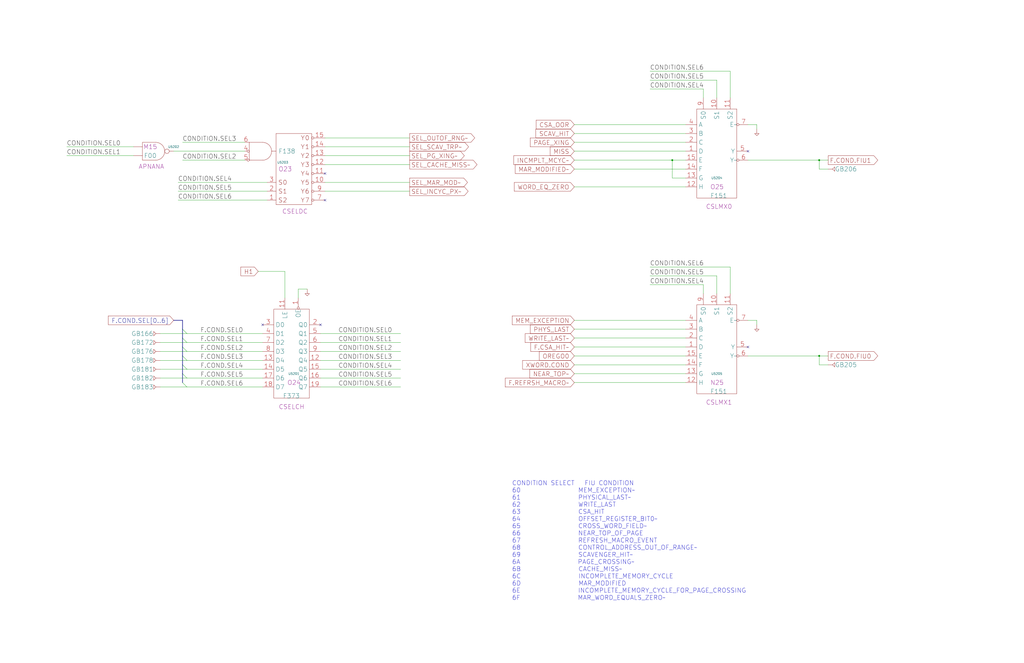
<source format=kicad_sch>
(kicad_sch (version 20221206) (generator eeschema)
  (paper "User" 584.2 378.46)
  (title_block (title "FIU CONDITION SELECTORS") (date "20-MAR-90") (rev "1.0") (comment 1 "FIU") (comment 2 "232-003065") (comment 3 "S400") (comment 4 "RELEASED"))
  (lib_symbols
    (symbol "r1000:F00" (pin_numbers hide) (pin_names hide)
      (property "Reference" "U" (at 15.24 0 0))
      (property "Value" "F00" (at 1.905 -5.08 0))
      (property "Location" "___" (at 1.905 0 0))
      (property "Name" "______" (at 2.54 -12.7 0))
      (symbol "F00_0_1"
        (polyline (pts (xy -2.54 -7.62) (xy 5.08 -7.62)) (stroke (width 0.1524)))
        (polyline (pts (xy -2.54 2.54) (xy -2.54 -7.62)) (stroke (width 0.1524)))
        (polyline (pts (xy -2.54 2.54) (xy 5.08 2.54)) (stroke (width 0.1524)))
        (arc (start 5.08 -7.62) (mid 10.1282 -2.54) (end 5.08 2.54) (stroke (width 0.1524)))
        (circle (center 11.43 -2.54) (radius 1.27) (stroke (width 0.1524)))
      )
      (symbol "F00_0_2"
        (circle (center -3.81 -5.08) (radius 1.27) (stroke (width 0.1524)))
        (circle (center -3.81 0) (radius 1.27) (stroke (width 0.1524)))
        (arc (start -3.175 -7.62) (mid -2.134 -2.54) (end -3.175 2.54) (stroke (width 0.1524)))
        (polyline (pts (xy -3.175 -7.62) (xy 3.81 -7.62)) (stroke (width 0.1524)))
        (polyline (pts (xy -3.175 2.54) (xy 3.81 2.54)) (stroke (width 0.1524)))
        (arc (start 3.81 -7.62) (mid 7.5855 -5.8306) (end 10.16 -2.54) (stroke (width 0.1524)))
        (arc (start 10.16 -2.54) (mid 7.5827 0.7471) (end 3.81 2.54) (stroke (width 0.1524)))
      )
      (symbol "F00_1_1"
        (pin input line (at -7.62 0 0) (length 5.08) (name "D0") (number "1"))
        (pin input line (at -7.62 -5.08 0) (length 5.08) (name "D1") (number "2"))
        (pin output line (at 15.24 -2.54 180) (length 2.54) (name "Q") (number "3"))
      )
      (symbol "F00_1_2"
        (pin input line (at -7.62 0 0) (length 2.54) (name "D0") (number "1"))
        (pin input line (at -7.62 -5.08 0) (length 2.54) (name "D1") (number "2"))
        (pin output line (at 15.24 -2.54 180) (length 5.08) (name "Q") (number "3"))
      )
    )
    (symbol "r1000:F138" (pin_names (offset 1.016) hide)
      (property "Reference" "U" (at 1.27 3.81 0))
      (property "Value" "F138" (at -1.27 10.16 0))
      (property "Location" "___" (at -1.27 0 0))
      (property "Name" "______" (at 8.255 -24.13 0))
      (symbol "F138_0_0"
        (arc (start -10.16 5.08) (mid -6.5679 6.5679) (end -5.08 10.16) (stroke (width 0.1524)))
        (arc (start -5.08 10.16) (mid -6.5679 13.7521) (end -10.16 15.24) (stroke (width 0.1524)))
        (polyline (pts (xy -17.78 5.08) (xy -10.16 5.08)) (stroke (width 0.1524)))
        (polyline (pts (xy -17.78 15.24) (xy -10.16 15.24)) (stroke (width 0.1524)))
      )
      (symbol "F138_0_1"
        (circle (center -18.415 5.08) (radius 0.635) (stroke (width 0.1524)))
        (circle (center -18.415 10.16) (radius 0.635) (stroke (width 0.1524)))
        (rectangle (start -2.54 20.32) (end 17.78 -20.32) (stroke (width 0.1524)))
        (polyline (pts (xy -19.05 15.24) (xy -17.78 15.24)) (stroke (width 0.1524)))
        (polyline (pts (xy -17.78 15.24) (xy -17.78 5.08)) (stroke (width 0.1524)))
        (polyline (pts (xy -2.54 10.16) (xy -5.08 10.16)) (stroke (width 0.1524)))
      )
      (symbol "F138_1_1"
        (circle (center 18.415 -17.78) (radius 0.635))
        (circle (center 18.415 -12.7) (radius 0.635))
        (circle (center 18.415 -7.62) (radius 0.635))
        (circle (center 18.415 -2.54) (radius 0.635))
        (circle (center 18.415 2.54) (radius 0.635))
        (circle (center 18.415 7.62) (radius 0.635))
        (circle (center 18.415 12.7) (radius 0.635))
        (circle (center 18.415 17.78) (radius 0.635))
        (text "0" (at 2.54 -7.62 0) (effects (font (size 2.54 2.54))))
        (text "0" (at 15.24 17.78 0) (effects (font (size 2.54 2.54))))
        (text "1" (at 2.54 -12.7 0) (effects (font (size 2.54 2.54))))
        (text "1" (at 15.24 12.7 0) (effects (font (size 2.54 2.54))))
        (text "2" (at 2.54 -17.78 0) (effects (font (size 2.54 2.54))))
        (text "2" (at 15.24 7.62 0) (effects (font (size 2.54 2.54))))
        (text "3" (at 15.24 2.54 0) (effects (font (size 2.54 2.54))))
        (text "4" (at 15.24 -2.54 0) (effects (font (size 2.54 2.54))))
        (text "5" (at 15.24 -7.62 0) (effects (font (size 2.54 2.54))))
        (text "6" (at 15.24 -12.7 0) (effects (font (size 2.54 2.54))))
        (text "7" (at 15.24 -17.78 0) (effects (font (size 2.54 2.54))))
        (text "S" (at 0 -17.78 0) (effects (font (size 2.54 2.54))))
        (text "S" (at 0 -12.7 0) (effects (font (size 2.54 2.54))))
        (text "S" (at 0 -7.62 0) (effects (font (size 2.54 2.54))))
        (text "Y" (at 12.7 -17.78 0) (effects (font (size 2.54 2.54))))
        (text "Y" (at 12.7 -12.7 0) (effects (font (size 2.54 2.54))))
        (text "Y" (at 12.7 -7.62 0) (effects (font (size 2.54 2.54))))
        (text "Y" (at 12.7 -2.54 0) (effects (font (size 2.54 2.54))))
        (text "Y" (at 12.7 2.54 0) (effects (font (size 2.54 2.54))))
        (text "Y" (at 12.7 7.62 0) (effects (font (size 2.54 2.54))))
        (text "Y" (at 12.7 12.7 0) (effects (font (size 2.54 2.54))))
        (text "Y" (at 12.7 17.78 0) (effects (font (size 2.54 2.54))))
        (pin input line (at -7.62 -17.78 0) (length 5.08) (name "S2") (number "1"))
        (pin output line (at 25.4 -7.62 180) (length 6.35) (name "Y5_") (number "10"))
        (pin output line (at 25.4 -2.54 180) (length 6.35) (name "Y4_") (number "11"))
        (pin output line (at 25.4 2.54 180) (length 6.35) (name "Y3_") (number "12"))
        (pin output line (at 25.4 7.62 180) (length 6.35) (name "Y2_") (number "13"))
        (pin output line (at 25.4 12.7 180) (length 6.35) (name "Y1_") (number "14"))
        (pin output line (at 25.4 17.78 180) (length 6.35) (name "Y0_") (number "15"))
        (pin input line (at -7.62 -12.7 0) (length 5.08) (name "S1") (number "2"))
        (pin input line (at -7.62 -7.62 0) (length 5.08) (name "S0") (number "3"))
        (pin input line (at -20.32 10.16 0) (length 1.27) (name "D1") (number "4"))
        (pin input line (at -20.32 5.08 0) (length 1.27) (name "D2") (number "5"))
        (pin input line (at -20.32 15.24 0) (length 1.27) (name "D0") (number "6"))
        (pin output line (at 25.4 -17.78 180) (length 6.35) (name "Y7_") (number "7"))
        (pin output line (at 25.4 -12.7 180) (length 6.35) (name "Y6_") (number "9"))
      )
    )
    (symbol "r1000:F151" (pin_names (offset 1.016))
      (property "Reference" "U" (at 2.54 5.08 0))
      (property "Value" "F151" (at -1.27 -5.08 0))
      (property "Location" "___" (at -1.27 0 0))
      (property "Name" "______" (at 3.81 -12.7 0))
      (symbol "F151_1_1"
        (rectangle (start -8.89 44.45) (end 13.97 -6.35))
        (circle (center 14.605 15.24) (radius 0.635))
        (circle (center 14.605 35.56) (radius 0.635))
        (pin input line (at -15.24 20.32 0) (length 6.35) (name "D") (number "1"))
        (pin input line (at 2.54 50.8 270) (length 6.35) (name "S1") (number "10"))
        (pin input line (at 10.16 50.8 270) (length 6.35) (name "S2") (number "11"))
        (pin input line (at -15.24 0 0) (length 6.35) (name "H") (number "12"))
        (pin input line (at -15.24 5.08 0) (length 6.35) (name "G") (number "13"))
        (pin input line (at -15.24 10.16 0) (length 6.35) (name "F") (number "14"))
        (pin input line (at -15.24 15.24 0) (length 6.35) (name "E") (number "15"))
        (pin input line (at -15.24 25.4 0) (length 6.35) (name "C") (number "2"))
        (pin input line (at -15.24 30.48 0) (length 6.35) (name "B") (number "3"))
        (pin input line (at -15.24 35.56 0) (length 6.35) (name "A") (number "4"))
        (pin output line (at 20.32 20.32 180) (length 6.35) (name "Y") (number "5"))
        (pin output line (at 20.32 15.24 180) (length 5.08) (name "Y~") (number "6"))
        (pin input line (at 20.32 35.56 180) (length 5.08) (name "E~") (number "7"))
        (pin input line (at -5.08 50.8 270) (length 6.35) (name "S0") (number "9"))
      )
    )
    (symbol "r1000:F373" (pin_names (offset 1.016))
      (property "Reference" "U" (at 2.54 5.08 0))
      (property "Value" "F373" (at -3.81 -7.62 0))
      (property "Location" "___" (at -1.27 0 0))
      (property "Name" "______" (at 1.27 -15.24 0))
      (symbol "F373_1_1"
        (rectangle (start -8.89 41.91) (end 11.43 -8.89))
        (circle (center 5.08 42.545) (radius 0.635))
        (pin input line (at 5.08 48.26 270) (length 5.08) (name "OE") (number "1"))
        (pin input line (at -2.54 48.26 270) (length 6.35) (name "LE") (number "11"))
        (pin tri_state line (at 17.78 12.7 180) (length 6.35) (name "Q4") (number "12"))
        (pin input line (at -15.24 12.7 0) (length 6.35) (name "D4") (number "13"))
        (pin input line (at -15.24 7.62 0) (length 6.35) (name "D5") (number "14"))
        (pin tri_state line (at 17.78 7.62 180) (length 6.35) (name "Q5") (number "15"))
        (pin tri_state line (at 17.78 2.54 180) (length 6.35) (name "Q6") (number "16"))
        (pin input line (at -15.24 2.54 0) (length 6.35) (name "D6") (number "17"))
        (pin input line (at -15.24 -2.54 0) (length 6.35) (name "D7") (number "18"))
        (pin tri_state line (at 17.78 -2.54 180) (length 6.35) (name "Q7") (number "19"))
        (pin tri_state line (at 17.78 33.02 180) (length 6.35) (name "Q0") (number "2"))
        (pin input line (at -15.24 33.02 0) (length 6.35) (name "D0") (number "3"))
        (pin input line (at -15.24 27.94 0) (length 6.35) (name "D1") (number "4"))
        (pin tri_state line (at 17.78 27.94 180) (length 6.35) (name "Q1") (number "5"))
        (pin tri_state line (at 17.78 22.86 180) (length 6.35) (name "Q2") (number "6"))
        (pin input line (at -15.24 22.86 0) (length 6.35) (name "D2") (number "7"))
        (pin input line (at -15.24 17.78 0) (length 6.35) (name "D3") (number "8"))
        (pin tri_state line (at 17.78 17.78 180) (length 6.35) (name "Q3") (number "9"))
      )
    )
    (symbol "r1000:GB" (pin_numbers hide) (pin_names (offset 0) hide)
      (property "Reference" "GB" (at 3.81 0 0))
      (symbol "GB_0_1"
        (polyline (pts (xy 2.54 0) (xy 3.81 1.27) (xy 3.81 -1.27) (xy 2.54 0)) (stroke (width 0.1524)))
      )
      (symbol "GB_1_1"
        (pin bidirectional line (at 0 0 0) (length 2.54) (name "") (number "1"))
      )
    )
    (symbol "r1000:PD" (power) (pin_numbers hide) (pin_names hide) (in_bom no)
      (symbol "PD_0_1"
        (polyline (pts (xy 0 -2.54) (xy 1.27 -2.54) (xy 0 -3.81) (xy -1.27 -2.54) (xy 0 -2.54)) (stroke (width 0.1524)))
      )
      (symbol "PD_1_1"
        (pin power_in line (at 0 0 270) (length 2.54) (name "PD") (number "1"))
      )
    )
  )
  (junction (at 467.36 203.2))
  (junction (at 383.54 91.44))
  (junction (at 467.36 91.44))
  (no_connect (at 426.72 86.36))
  (no_connect (at 185.42 114.3))
  (no_connect (at 185.42 99.06))
  (no_connect (at 149.86 185.42))
  (no_connect (at 426.72 198.12))
  (no_connect (at 182.88 185.42))
  (bus_entry (at 104.14 213.36) (size 2.54 2.54))
  (bus_entry (at 104.14 218.44) (size 2.54 2.54))
  (bus_entry (at 104.14 193.04) (size 2.54 2.54))
  (bus_entry (at 104.14 187.96) (size 2.54 2.54))
  (bus_entry (at 104.14 208.28) (size 2.54 2.54))
  (bus_entry (at 104.14 203.2) (size 2.54 2.54))
  (bus_entry (at 104.14 198.12) (size 2.54 2.54))
  (wire (pts (xy 182.88 195.58) (xy 228.6 195.58)))
  (wire (pts (xy 162.56 154.94) (xy 147.32 154.94)))
  (wire (pts (xy 91.44 190.5) (xy 106.68 190.5)))
  (wire (pts (xy 182.88 215.9) (xy 228.6 215.9)))
  (wire (pts (xy 327.66 187.96) (xy 391.16 187.96)))
  (wire (pts (xy 327.66 193.04) (xy 391.16 193.04)))
  (wire (pts (xy 99.06 86.36) (xy 139.7 86.36)))
  (wire (pts (xy 182.88 200.66) (xy 228.6 200.66)))
  (wire (pts (xy 91.44 205.74) (xy 106.68 205.74)))
  (wire (pts (xy 431.8 182.88) (xy 431.8 185.42)))
  (wire (pts (xy 408.94 167.64) (xy 408.94 157.48)))
  (wire (pts (xy 416.56 40.64) (xy 370.84 40.64)))
  (bus (pts (xy 104.14 198.12) (xy 104.14 203.2)))
  (wire (pts (xy 327.66 203.2) (xy 391.16 203.2)))
  (wire (pts (xy 327.66 76.2) (xy 391.16 76.2)))
  (bus (pts (xy 104.14 182.88) (xy 104.14 187.96)))
  (wire (pts (xy 106.68 210.82) (xy 149.86 210.82)))
  (wire (pts (xy 175.26 165.1) (xy 170.18 165.1)))
  (wire (pts (xy 370.84 157.48) (xy 408.94 157.48)))
  (wire (pts (xy 327.66 218.44) (xy 391.16 218.44)))
  (wire (pts (xy 408.94 55.88) (xy 408.94 45.72)))
  (wire (pts (xy 182.88 205.74) (xy 228.6 205.74)))
  (wire (pts (xy 327.66 96.52) (xy 391.16 96.52)))
  (wire (pts (xy 91.44 210.82) (xy 106.68 210.82)))
  (wire (pts (xy 91.44 215.9) (xy 106.68 215.9)))
  (wire (pts (xy 327.66 182.88) (xy 391.16 182.88)))
  (wire (pts (xy 182.88 210.82) (xy 228.6 210.82)))
  (wire (pts (xy 185.42 109.22) (xy 233.68 109.22)))
  (wire (pts (xy 401.32 167.64) (xy 401.32 162.56)))
  (wire (pts (xy 467.36 203.2) (xy 472.44 203.2)))
  (wire (pts (xy 106.68 200.66) (xy 149.86 200.66)))
  (wire (pts (xy 467.36 96.52) (xy 467.36 91.44)))
  (wire (pts (xy 327.66 91.44) (xy 383.54 91.44)))
  (wire (pts (xy 391.16 101.6) (xy 383.54 101.6)))
  (wire (pts (xy 327.66 71.12) (xy 391.16 71.12)))
  (wire (pts (xy 101.6 109.22) (xy 152.4 109.22)))
  (bus (pts (xy 104.14 213.36) (xy 104.14 218.44)))
  (wire (pts (xy 426.72 182.88) (xy 431.8 182.88)))
  (wire (pts (xy 426.72 71.12) (xy 431.8 71.12)))
  (wire (pts (xy 416.56 152.4) (xy 370.84 152.4)))
  (bus (pts (xy 99.06 182.88) (xy 104.14 182.88)))
  (wire (pts (xy 104.14 91.44) (xy 139.7 91.44)))
  (wire (pts (xy 91.44 220.98) (xy 106.68 220.98)))
  (wire (pts (xy 383.54 91.44) (xy 391.16 91.44)))
  (wire (pts (xy 38.1 88.9) (xy 76.2 88.9)))
  (wire (pts (xy 416.56 55.88) (xy 416.56 40.64)))
  (wire (pts (xy 101.6 114.3) (xy 152.4 114.3)))
  (wire (pts (xy 383.54 101.6) (xy 383.54 91.44)))
  (bus (pts (xy 104.14 187.96) (xy 104.14 193.04)))
  (wire (pts (xy 91.44 200.66) (xy 106.68 200.66)))
  (wire (pts (xy 370.84 162.56) (xy 401.32 162.56)))
  (wire (pts (xy 185.42 88.9) (xy 233.68 88.9)))
  (wire (pts (xy 185.42 93.98) (xy 233.68 93.98)))
  (wire (pts (xy 467.36 91.44) (xy 472.44 91.44)))
  (wire (pts (xy 370.84 50.8) (xy 401.32 50.8)))
  (wire (pts (xy 431.8 71.12) (xy 431.8 73.66)))
  (wire (pts (xy 170.18 165.1) (xy 170.18 170.18)))
  (wire (pts (xy 370.84 45.72) (xy 408.94 45.72)))
  (wire (pts (xy 327.66 106.68) (xy 391.16 106.68)))
  (wire (pts (xy 327.66 198.12) (xy 391.16 198.12)))
  (wire (pts (xy 185.42 104.14) (xy 233.68 104.14)))
  (wire (pts (xy 91.44 195.58) (xy 106.68 195.58)))
  (wire (pts (xy 38.1 83.82) (xy 76.2 83.82)))
  (wire (pts (xy 472.44 208.28) (xy 467.36 208.28)))
  (wire (pts (xy 426.72 203.2) (xy 467.36 203.2)))
  (wire (pts (xy 185.42 83.82) (xy 233.68 83.82)))
  (wire (pts (xy 426.72 91.44) (xy 467.36 91.44)))
  (bus (pts (xy 104.14 208.28) (xy 104.14 213.36)))
  (wire (pts (xy 182.88 190.5) (xy 228.6 190.5)))
  (wire (pts (xy 104.14 81.28) (xy 139.7 81.28)))
  (wire (pts (xy 182.88 220.98) (xy 228.6 220.98)))
  (wire (pts (xy 472.44 96.52) (xy 467.36 96.52)))
  (wire (pts (xy 106.68 195.58) (xy 149.86 195.58)))
  (wire (pts (xy 101.6 104.14) (xy 152.4 104.14)))
  (wire (pts (xy 106.68 190.5) (xy 149.86 190.5)))
  (wire (pts (xy 162.56 170.18) (xy 162.56 154.94)))
  (bus (pts (xy 104.14 193.04) (xy 104.14 198.12)))
  (wire (pts (xy 106.68 220.98) (xy 149.86 220.98)))
  (wire (pts (xy 327.66 81.28) (xy 391.16 81.28)))
  (wire (pts (xy 467.36 208.28) (xy 467.36 203.2)))
  (wire (pts (xy 327.66 213.36) (xy 391.16 213.36)))
  (wire (pts (xy 106.68 205.74) (xy 149.86 205.74)))
  (wire (pts (xy 106.68 215.9) (xy 149.86 215.9)))
  (wire (pts (xy 401.32 55.88) (xy 401.32 50.8)))
  (wire (pts (xy 185.42 78.74) (xy 233.68 78.74)))
  (wire (pts (xy 327.66 86.36) (xy 391.16 86.36)))
  (bus (pts (xy 104.14 203.2) (xy 104.14 208.28)))
  (wire (pts (xy 327.66 208.28) (xy 391.16 208.28)))
  (wire (pts (xy 416.56 167.64) (xy 416.56 152.4)))
  (text "CONDITION SELECT   FIU CONDITION\n60                 MEM_EXCEPTION~\n61                 PHYSICAL_LAST~\n62                 WRITE_LAST\n63                 CSA_HIT\n64                 OFFSET_REGISTER_BIT0~\n65                 CROSS_WORD_FIELD~\n66                 NEAR_TOP_OF_PAGE\n67                 REFRESH_MACRO_EVENT\n68                 CONTROL_ADDRESS_OUT_OF_RANGE~\n69                 SCAVENGER_HIT~\n6A                 PAGE_CROSSING~\n6B                 CACHE_MISS~\n6C                 INCOMPLETE_MEMORY_CYCLE\n6D                 MAR_MODIFIED\n6E                 INCOMPLETE_MEMORY_CYCLE_FOR_PAGE_CROSSING\n6F                 MAR_WORD_EQUALS_ZERO~" (at 292.1 342.9 0) (effects (font (size 2.54 2.54)) (justify left bottom)))
  (label "CONDITION.SEL4" (at 370.84 162.56 0) (effects (font (size 2.54 2.54))))
  (label "CONDITION.SEL4" (at 193.04 210.82 0) (effects (font (size 2.54 2.54))))
  (label "CONDITION.SEL6" (at 193.04 220.98 0) (effects (font (size 2.54 2.54))))
  (label "F.COND.SEL4" (at 114.3 210.82 0) (effects (font (size 2.54 2.54))))
  (label "F.COND.SEL6" (at 114.3 220.98 0) (effects (font (size 2.54 2.54))))
  (label "CONDITION.SEL2" (at 193.04 200.66 0) (effects (font (size 2.54 2.54))))
  (label "CONDITION.SEL5" (at 193.04 215.9 0) (effects (font (size 2.54 2.54))))
  (label "CONDITION.SEL0" (at 193.04 190.5 0) (effects (font (size 2.54 2.54))))
  (label "F.COND.SEL1" (at 114.3 195.58 0) (effects (font (size 2.54 2.54))))
  (label "CONDITION.SEL6" (at 101.6 114.3 0) (effects (font (size 2.54 2.54))))
  (label "CONDITION.SEL4" (at 101.6 104.14 0) (effects (font (size 2.54 2.54))))
  (label "CONDITION.SEL6" (at 370.84 152.4 0) (effects (font (size 2.54 2.54))))
  (label "F.COND.SEL5" (at 114.3 215.9 0) (effects (font (size 2.54 2.54))))
  (label "CONDITION.SEL5" (at 370.84 157.48 0) (effects (font (size 2.54 2.54))))
  (label "CONDITION.SEL4" (at 370.84 50.8 0) (effects (font (size 2.54 2.54))))
  (label "F.COND.SEL0" (at 114.3 190.5 0) (effects (font (size 2.54 2.54))))
  (label "F.COND.SEL3" (at 114.3 205.74 0) (effects (font (size 2.54 2.54))))
  (label "F.COND.SEL2" (at 114.3 200.66 0) (effects (font (size 2.54 2.54))))
  (label "CONDITION.SEL0" (at 38.1 83.82 0) (effects (font (size 2.54 2.54))))
  (label "CONDITION.SEL5" (at 370.84 45.72 0) (effects (font (size 2.54 2.54))))
  (label "CONDITION.SEL1" (at 38.1 88.9 0) (effects (font (size 2.54 2.54))))
  (label "CONDITION.SEL3" (at 104.14 81.28 0) (effects (font (size 2.54 2.54))))
  (label "CONDITION.SEL2" (at 104.14 91.44 0) (effects (font (size 2.54 2.54))))
  (label "CONDITION.SEL6" (at 370.84 40.64 0) (effects (font (size 2.54 2.54))))
  (label "CONDITION.SEL1" (at 193.04 195.58 0) (effects (font (size 2.54 2.54))))
  (label "CONDITION.SEL5" (at 101.6 109.22 0) (effects (font (size 2.54 2.54))))
  (label "CONDITION.SEL3" (at 193.04 205.74 0) (effects (font (size 2.54 2.54))))
  (global_label "SEL_OUTOF_RNG~" (shape output) (at 233.68 78.74 0) (effects (font (size 2.54 2.54))) (property "Intersheetrefs" "${INTERSHEET_REFS}" (at 270.8003 78.5813 0) (effects (font (size 1.905 1.905)) (justify left))))
  (global_label "F.COND.FIU0" (shape output) (at 472.44 203.2 0) (effects (font (size 2.54 2.54))) (property "Intersheetrefs" "${INTERSHEET_REFS}" (at 500.7308 203.0413 0) (effects (font (size 1.905 1.905)) (justify left))))
  (global_label "F.CSA_HIT~" (shape input) (at 327.66 198.12 180) (effects (font (size 2.54 2.54))) (property "Intersheetrefs" "${INTERSHEET_REFS}" (at 302.7559 197.9613 0) (effects (font (size 1.905 1.905)) (justify right))))
  (global_label "MEM_EXCEPTION" (shape input) (at 327.66 182.88 180) (effects (font (size 2.54 2.54))) (property "Intersheetrefs" "${INTERSHEET_REFS}" (at 292.233 182.7213 0) (effects (font (size 1.905 1.905)) (justify right))))
  (global_label "PAGE_XING" (shape input) (at 327.66 81.28 180) (effects (font (size 2.54 2.54))) (property "Intersheetrefs" "${INTERSHEET_REFS}" (at 302.514 81.1213 0) (effects (font (size 1.905 1.905)) (justify right))))
  (global_label "SEL_CACHE_MISS~" (shape output) (at 233.68 93.98 0) (effects (font (size 2.54 2.54))) (property "Intersheetrefs" "${INTERSHEET_REFS}" (at 272.1308 93.8213 0) (effects (font (size 1.905 1.905)) (justify left))))
  (global_label "CSA_OOR" (shape input) (at 327.66 71.12 180) (effects (font (size 2.54 2.54))) (property "Intersheetrefs" "${INTERSHEET_REFS}" (at 305.9007 70.9613 0) (effects (font (size 1.905 1.905)) (justify right))))
  (global_label "F.REFRSH_MACRO~" (shape input) (at 327.66 218.44 180) (effects (font (size 2.54 2.54))) (property "Intersheetrefs" "${INTERSHEET_REFS}" (at 288.2416 218.2813 0) (effects (font (size 1.905 1.905)) (justify right))))
  (global_label "WRITE_LAST~" (shape input) (at 327.66 193.04 180) (effects (font (size 2.54 2.54))) (property "Intersheetrefs" "${INTERSHEET_REFS}" (at 299.6111 192.8813 0) (effects (font (size 1.905 1.905)) (justify right))))
  (global_label "H1" (shape input) (at 147.32 154.94 180) (effects (font (size 2.54 2.54))) (property "Intersheetrefs" "${INTERSHEET_REFS}" (at 137.414 154.7813 0) (effects (font (size 1.905 1.905)) (justify right))))
  (global_label "XWORD.COND" (shape input) (at 327.66 208.28 180) (effects (font (size 2.54 2.54))) (property "Intersheetrefs" "${INTERSHEET_REFS}" (at 298.1597 208.1213 0) (effects (font (size 1.905 1.905)) (justify right))))
  (global_label "MISS" (shape input) (at 327.66 86.36 180) (effects (font (size 2.54 2.54))) (property "Intersheetrefs" "${INTERSHEET_REFS}" (at 313.8835 86.2013 0) (effects (font (size 1.905 1.905)) (justify right))))
  (global_label "SEL_INCYC_PX~" (shape output) (at 233.68 109.22 0) (effects (font (size 2.54 2.54))) (property "Intersheetrefs" "${INTERSHEET_REFS}" (at 267.0508 109.0613 0) (effects (font (size 1.905 1.905)) (justify left))))
  (global_label "SEL_PG_XING~" (shape output) (at 233.68 88.9 0) (effects (font (size 2.54 2.54))) (property "Intersheetrefs" "${INTERSHEET_REFS}" (at 264.8736 88.7413 0) (effects (font (size 1.905 1.905)) (justify left))))
  (global_label "F.COND.FIU1" (shape output) (at 472.44 91.44 0) (effects (font (size 2.54 2.54))) (property "Intersheetrefs" "${INTERSHEET_REFS}" (at 500.7308 91.2813 0) (effects (font (size 1.905 1.905)) (justify left))))
  (global_label "SCAV_HIT" (shape input) (at 327.66 76.2 180) (effects (font (size 2.54 2.54))) (property "Intersheetrefs" "${INTERSHEET_REFS}" (at 305.7797 76.0413 0) (effects (font (size 1.905 1.905)) (justify right))))
  (global_label "SEL_MAR_MOD~" (shape output) (at 233.68 104.14 0) (effects (font (size 2.54 2.54))) (property "Intersheetrefs" "${INTERSHEET_REFS}" (at 266.6879 103.9813 0) (effects (font (size 1.905 1.905)) (justify left))))
  (global_label "WORD_EQ_ZERO" (shape input) (at 327.66 106.68 180) (effects (font (size 2.54 2.54))) (property "Intersheetrefs" "${INTERSHEET_REFS}" (at 293.4426 106.5213 0) (effects (font (size 1.905 1.905)) (justify right))))
  (global_label "F.COND.SEL[0..6]" (shape input) (at 99.06 182.88 180) (effects (font (size 2.54 2.54))) (property "Intersheetrefs" "${INTERSHEET_REFS}" (at 61.8188 182.7213 0) (effects (font (size 1.905 1.905)) (justify right))))
  (global_label "OREGO0" (shape input) (at 327.66 203.2 180) (effects (font (size 2.54 2.54))) (property "Intersheetrefs" "${INTERSHEET_REFS}" (at 307.715 203.0413 0) (effects (font (size 1.905 1.905)) (justify right))))
  (global_label "INCMPLT_MCYC~" (shape input) (at 327.66 91.44 180) (effects (font (size 2.54 2.54))) (property "Intersheetrefs" "${INTERSHEET_REFS}" (at 293.0797 91.2813 0) (effects (font (size 1.905 1.905)) (justify right))))
  (global_label "MAR_MODIFIED~" (shape input) (at 327.66 96.52 180) (effects (font (size 2.54 2.54))) (property "Intersheetrefs" "${INTERSHEET_REFS}" (at 293.9264 96.3613 0) (effects (font (size 1.905 1.905)) (justify right))))
  (global_label "NEAR_TOP~" (shape input) (at 327.66 213.36 180) (effects (font (size 2.54 2.54))) (property "Intersheetrefs" "${INTERSHEET_REFS}" (at 302.2721 213.2013 0) (effects (font (size 1.905 1.905)) (justify right))))
  (global_label "SEL_SCAV_TRP~" (shape output) (at 233.68 83.82 0) (effects (font (size 2.54 2.54))) (property "Intersheetrefs" "${INTERSHEET_REFS}" (at 267.2927 83.6613 0) (effects (font (size 1.905 1.905)) (justify left))))
  (global_label "PHYS_LAST" (shape input) (at 327.66 187.96 180) (effects (font (size 2.54 2.54))) (property "Intersheetrefs" "${INTERSHEET_REFS}" (at 302.514 187.8013 0) (effects (font (size 1.905 1.905)) (justify right))))
  (symbol (lib_id "r1000:GB") (at 91.44 215.9 0) (mirror y) (unit 1)
    (property "Reference" "GB182" (at 87.63 215.9 0) (effects (font (size 2.54 2.54)) (justify left)))
    (property "Value" "GB" (effects hide))
  )
  (symbol (lib_id "r1000:GB") (at 91.44 220.98 0) (mirror y) (unit 1)
    (property "Reference" "GB183" (at 87.63 220.98 0) (effects (font (size 2.54 2.54)) (justify left)))
    (property "Value" "GB" (effects hide))
  )
  (symbol (lib_id "r1000:GB") (at 472.44 96.52 0) (unit 1)
    (property "Reference" "GB206" (at 476.25 96.52 0) (effects (font (size 2.54 2.54)) (justify left)))
    (property "Value" "GB" (effects hide))
  )
  (symbol (lib_id "r1000:F373") (at 165.1 218.44 0) (unit 1)
    (property "Reference" "U5201" (at 167.64 213.36 0))
    (property "Value" "F373" (at 161.29 226.06 0) (effects (font (size 2.54 2.54)) (justify left)))
    (property "Location" "O24" (at 163.83 218.44 0) (effects (font (size 2.54 2.54)) (justify left)))
    (property "Name" "CSELCH" (at 166.37 233.68 0) (effects (font (size 2.54 2.54)) (justify bottom)))
  )
  (symbol (lib_id "r1000:GB") (at 472.44 208.28 0) (unit 1)
    (property "Reference" "GB205" (at 476.25 208.28 0) (effects (font (size 2.54 2.54)) (justify left)))
    (property "Value" "GB" (effects hide))
  )
  (symbol (lib_id "r1000:F151") (at 406.4 106.68 0) (unit 1)
    (property "Reference" "U5204" (at 408.94 101.6 0))
    (property "Value" "F151" (at 405.13 111.76 0) (effects (font (size 2.54 2.54)) (justify left)))
    (property "Location" "O25" (at 405.13 106.68 0) (effects (font (size 2.54 2.54)) (justify left)))
    (property "Name" "CSLMX0" (at 410.21 119.38 0) (effects (font (size 2.54 2.54)) (justify bottom)))
  )
  (symbol (lib_id "r1000:F151") (at 406.4 218.44 0) (unit 1)
    (property "Reference" "U5205" (at 408.94 213.36 0))
    (property "Value" "F151" (at 405.13 223.52 0) (effects (font (size 2.54 2.54)) (justify left)))
    (property "Location" "N25" (at 405.13 218.44 0) (effects (font (size 2.54 2.54)) (justify left)))
    (property "Name" "CSLMX1" (at 410.21 231.14 0) (effects (font (size 2.54 2.54)) (justify bottom)))
  )
  (symbol (lib_id "r1000:GB") (at 91.44 190.5 0) (mirror y) (unit 1)
    (property "Reference" "GB166" (at 87.63 190.5 0) (effects (font (size 2.54 2.54)) (justify left)))
    (property "Value" "GB" (effects hide))
  )
  (symbol (lib_id "r1000:PD") (at 431.8 185.42 0) (unit 1) (in_bom no)
    (property "Reference" "#PWR05202" (effects hide))
    (property "Value" "PD" (effects hide))
  )
  (symbol (lib_id "r1000:GB") (at 91.44 195.58 0) (mirror y) (unit 1)
    (property "Reference" "GB172" (at 87.63 195.58 0) (effects (font (size 2.54 2.54)) (justify left)))
    (property "Value" "GB" (effects hide))
  )
  (symbol (lib_id "r1000:GB") (at 91.44 200.66 0) (mirror y) (unit 1)
    (property "Reference" "GB176" (at 87.63 200.66 0) (effects (font (size 2.54 2.54)) (justify left)))
    (property "Value" "GB" (effects hide))
  )
  (symbol (lib_id "r1000:GB") (at 91.44 205.74 0) (mirror y) (unit 1)
    (property "Reference" "GB178" (at 87.63 205.74 0) (effects (font (size 2.54 2.54)) (justify left)))
    (property "Value" "GB" (effects hide))
  )
  (symbol (lib_id "r1000:PD") (at 175.26 165.1 0) (unit 1) (in_bom no)
    (property "Reference" "#PWR0130" (effects hide))
    (property "Value" "PD" (effects hide))
  )
  (symbol (lib_id "r1000:F138") (at 160.02 96.52 0) (unit 1)
    (property "Reference" "U5203" (at 161.29 92.71 0))
    (property "Value" "F138" (at 158.75 86.36 0) (effects (font (size 2.54 2.54)) (justify left)))
    (property "Location" "O23" (at 158.75 96.52 0) (effects (font (size 2.54 2.54)) (justify left)))
    (property "Name" "CSELDC" (at 168.275 120.65 0) (effects (font (size 2.54 2.54))))
  )
  (symbol (lib_id "r1000:F00") (at 83.82 83.82 0) (unit 1)
    (property "Reference" "U5202" (at 99.06 83.82 0))
    (property "Value" "F00" (at 85.725 88.9 0) (effects (font (size 2.54 2.54))))
    (property "Location" "M15" (at 85.725 83.82 0) (effects (font (size 2.54 2.54))))
    (property "Name" "APNANA" (at 86.36 96.52 0) (effects (font (size 2.54 2.54)) (justify bottom)))
  )
  (symbol (lib_id "r1000:PD") (at 431.8 73.66 0) (unit 1) (in_bom no)
    (property "Reference" "#PWR05201" (effects hide))
    (property "Value" "PD" (effects hide))
  )
  (symbol (lib_id "r1000:GB") (at 91.44 210.82 0) (mirror y) (unit 1)
    (property "Reference" "GB181" (at 87.63 210.82 0) (effects (font (size 2.54 2.54)) (justify left)))
    (property "Value" "GB" (effects hide))
  )
)
</source>
